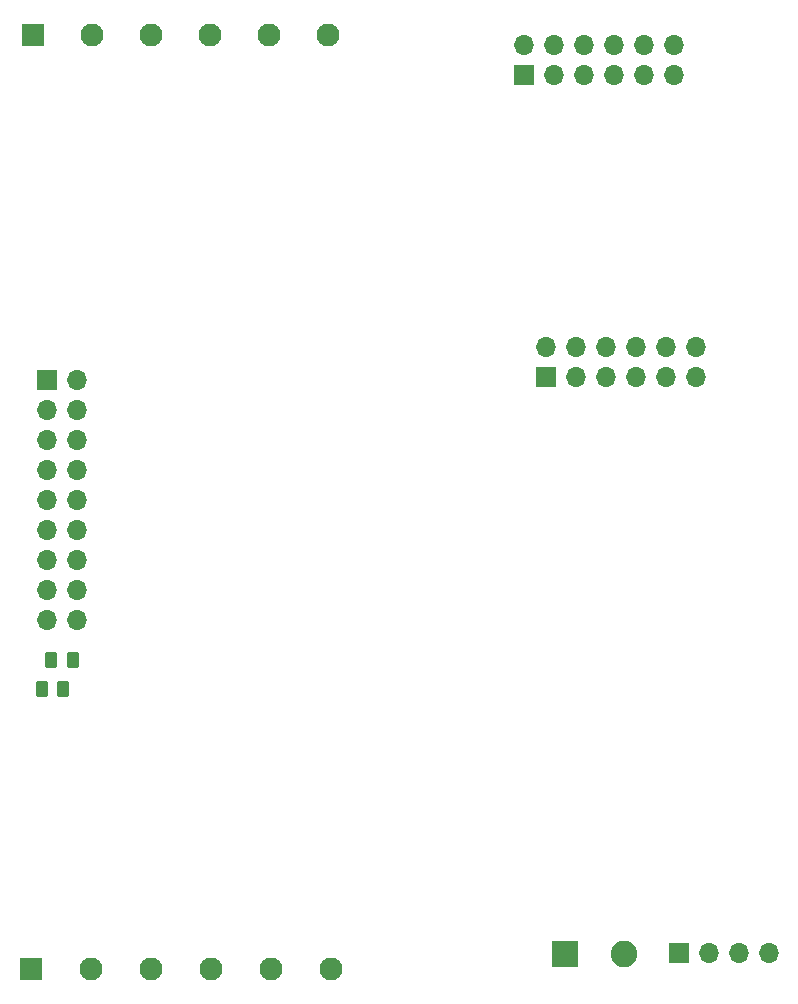
<source format=gbs>
G04 #@! TF.GenerationSoftware,KiCad,Pcbnew,8.0.8*
G04 #@! TF.CreationDate,2025-02-19T14:34:16-05:00*
G04 #@! TF.ProjectId,afe_230v_16a,6166655f-3233-4307-965f-3136612e6b69,rev?*
G04 #@! TF.SameCoordinates,Original*
G04 #@! TF.FileFunction,Soldermask,Bot*
G04 #@! TF.FilePolarity,Negative*
%FSLAX46Y46*%
G04 Gerber Fmt 4.6, Leading zero omitted, Abs format (unit mm)*
G04 Created by KiCad (PCBNEW 8.0.8) date 2025-02-19 14:34:16*
%MOMM*%
%LPD*%
G01*
G04 APERTURE LIST*
G04 Aperture macros list*
%AMRoundRect*
0 Rectangle with rounded corners*
0 $1 Rounding radius*
0 $2 $3 $4 $5 $6 $7 $8 $9 X,Y pos of 4 corners*
0 Add a 4 corners polygon primitive as box body*
4,1,4,$2,$3,$4,$5,$6,$7,$8,$9,$2,$3,0*
0 Add four circle primitives for the rounded corners*
1,1,$1+$1,$2,$3*
1,1,$1+$1,$4,$5*
1,1,$1+$1,$6,$7*
1,1,$1+$1,$8,$9*
0 Add four rect primitives between the rounded corners*
20,1,$1+$1,$2,$3,$4,$5,0*
20,1,$1+$1,$4,$5,$6,$7,0*
20,1,$1+$1,$6,$7,$8,$9,0*
20,1,$1+$1,$8,$9,$2,$3,0*%
G04 Aperture macros list end*
%ADD10R,1.950000X1.950000*%
%ADD11C,1.950000*%
%ADD12R,1.700000X1.700000*%
%ADD13O,1.700000X1.700000*%
%ADD14R,2.250000X2.250000*%
%ADD15C,2.250000*%
%ADD16RoundRect,0.250000X-0.262500X-0.450000X0.262500X-0.450000X0.262500X0.450000X-0.262500X0.450000X0*%
G04 APERTURE END LIST*
D10*
X121340000Y-55265000D03*
D11*
X126340000Y-55265000D03*
X131340000Y-55265000D03*
X136340000Y-55265000D03*
X141340000Y-55265000D03*
X146340000Y-55265000D03*
D12*
X176040000Y-132970000D03*
D13*
X178580000Y-132970000D03*
X181120000Y-132970000D03*
X183660000Y-132970000D03*
D12*
X162920000Y-58675000D03*
D13*
X162920000Y-56135000D03*
X165460000Y-58675000D03*
X165460000Y-56135000D03*
X168000000Y-58675000D03*
X168000000Y-56135000D03*
X170540000Y-58675000D03*
X170540000Y-56135000D03*
X173080000Y-58675000D03*
X173080000Y-56135000D03*
X175620000Y-58675000D03*
X175620000Y-56135000D03*
D12*
X164800000Y-84190000D03*
D13*
X164800000Y-81650000D03*
X167340000Y-84190000D03*
X167340000Y-81650000D03*
X169880000Y-84190000D03*
X169880000Y-81650000D03*
X172420000Y-84190000D03*
X172420000Y-81650000D03*
X174960000Y-84190000D03*
X174960000Y-81650000D03*
X177500000Y-84190000D03*
X177500000Y-81650000D03*
D14*
X166420000Y-133080000D03*
D15*
X171420000Y-133080000D03*
D10*
X121145000Y-134290000D03*
D11*
X126225000Y-134290000D03*
X131305000Y-134290000D03*
X136385000Y-134290000D03*
X141465000Y-134290000D03*
X146545000Y-134290000D03*
D12*
X122580000Y-84490000D03*
D13*
X125120000Y-84490000D03*
X122580000Y-87030000D03*
X125120000Y-87030000D03*
X122580000Y-89570000D03*
X125120000Y-89570000D03*
X122580000Y-92110000D03*
X125120000Y-92110000D03*
X122580000Y-94650000D03*
X125120000Y-94650000D03*
X122580000Y-97190000D03*
X125120000Y-97190000D03*
X122580000Y-99730000D03*
X125120000Y-99730000D03*
X122580000Y-102270000D03*
X125120000Y-102270000D03*
X122580000Y-104810000D03*
X125120000Y-104810000D03*
D16*
X122075000Y-110590000D03*
X123900000Y-110590000D03*
X122895000Y-108180000D03*
X124720000Y-108180000D03*
M02*

</source>
